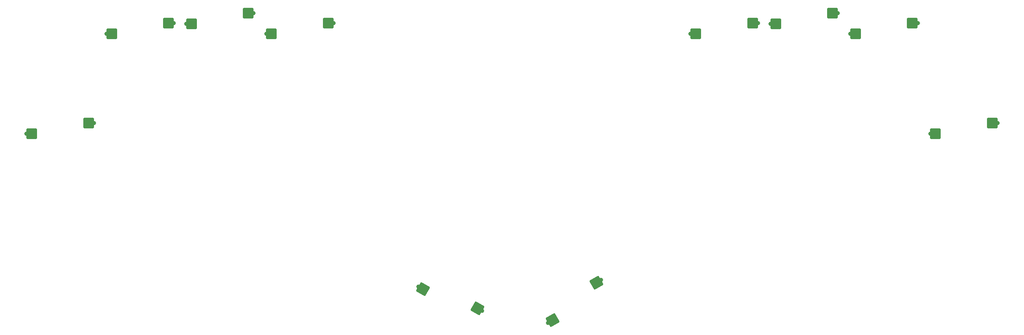
<source format=gbr>
%TF.GenerationSoftware,KiCad,Pcbnew,7.0.6*%
%TF.CreationDate,2024-02-24T14:45:10+09:00*%
%TF.ProjectId,kamu_keyboard,6b616d75-5f6b-4657-9962-6f6172642e6b,rev?*%
%TF.SameCoordinates,Original*%
%TF.FileFunction,Paste,Bot*%
%TF.FilePolarity,Positive*%
%FSLAX46Y46*%
G04 Gerber Fmt 4.6, Leading zero omitted, Abs format (unit mm)*
G04 Created by KiCad (PCBNEW 7.0.6) date 2024-02-24 14:45:10*
%MOMM*%
%LPD*%
G01*
G04 APERTURE LIST*
G04 Aperture macros list*
%AMRoundRect*
0 Rectangle with rounded corners*
0 $1 Rounding radius*
0 $2 $3 $4 $5 $6 $7 $8 $9 X,Y pos of 4 corners*
0 Add a 4 corners polygon primitive as box body*
4,1,4,$2,$3,$4,$5,$6,$7,$8,$9,$2,$3,0*
0 Add four circle primitives for the rounded corners*
1,1,$1+$1,$2,$3*
1,1,$1+$1,$4,$5*
1,1,$1+$1,$6,$7*
1,1,$1+$1,$8,$9*
0 Add four rect primitives between the rounded corners*
20,1,$1+$1,$2,$3,$4,$5,0*
20,1,$1+$1,$4,$5,$6,$7,0*
20,1,$1+$1,$6,$7,$8,$9,0*
20,1,$1+$1,$8,$9,$2,$3,0*%
G04 Aperture macros list end*
%ADD10C,1.000000*%
%ADD11RoundRect,0.250000X1.025000X1.000000X-1.025000X1.000000X-1.025000X-1.000000X1.025000X-1.000000X0*%
%ADD12RoundRect,0.250000X-1.025000X-1.000000X1.025000X-1.000000X1.025000X1.000000X-1.025000X1.000000X0*%
%ADD13RoundRect,0.250000X1.387676X0.353525X-0.387676X1.378525X-1.387676X-0.353525X0.387676X-1.378525X0*%
%ADD14RoundRect,0.250000X-1.387676X-0.353525X0.387676X-1.378525X1.387676X0.353525X-0.387676X1.378525X0*%
%ADD15RoundRect,0.250000X0.387676X1.378525X-1.387676X0.353525X-0.387676X-1.378525X1.387676X-0.353525X0*%
%ADD16RoundRect,0.250000X-0.387676X-1.378525X1.387676X-0.353525X0.387676X1.378525X-1.387676X0.353525X0*%
G04 APERTURE END LIST*
D10*
%TO.C,SW8*%
X220083000Y-75231000D03*
D11*
X221333000Y-75231000D03*
D12*
X234833000Y-72691000D03*
D10*
X236108000Y-72691000D03*
%TD*%
%TO.C,SW9*%
X239083000Y-77606000D03*
D11*
X240333000Y-77606000D03*
D12*
X253833000Y-75066000D03*
D10*
X255108000Y-75066000D03*
%TD*%
%TO.C,SW2*%
X62178000Y-77606000D03*
D11*
X63428000Y-77606000D03*
D12*
X76928000Y-75066000D03*
D10*
X78203000Y-75066000D03*
%TD*%
%TO.C,SW3*%
X81178000Y-75231000D03*
D11*
X82428000Y-75231000D03*
D12*
X95928000Y-72691000D03*
D10*
X97203000Y-72691000D03*
%TD*%
%TO.C,SW7*%
X201083000Y-77606000D03*
D11*
X202333000Y-77606000D03*
D12*
X215833000Y-75066000D03*
D10*
X217108000Y-75066000D03*
%TD*%
%TO.C,SW1*%
X43178000Y-101356000D03*
D11*
X44428000Y-101356000D03*
D12*
X57928000Y-98816000D03*
D10*
X59203000Y-98816000D03*
%TD*%
%TO.C,SW5*%
X136354871Y-137753795D03*
D13*
X137437402Y-138378795D03*
D14*
X150398745Y-142929091D03*
D10*
X151502928Y-143566591D03*
%TD*%
%TO.C,SW6*%
X167219871Y-146388795D03*
D15*
X168302402Y-145763795D03*
D16*
X178723745Y-136814091D03*
D10*
X179827928Y-136176591D03*
%TD*%
%TO.C,SW10*%
X258083000Y-101356000D03*
D11*
X259333000Y-101356000D03*
D12*
X272833000Y-98816000D03*
D10*
X274108000Y-98816000D03*
%TD*%
%TO.C,SW4*%
X100178000Y-77606000D03*
D11*
X101428000Y-77606000D03*
D12*
X114928000Y-75066000D03*
D10*
X116203000Y-75066000D03*
%TD*%
M02*

</source>
